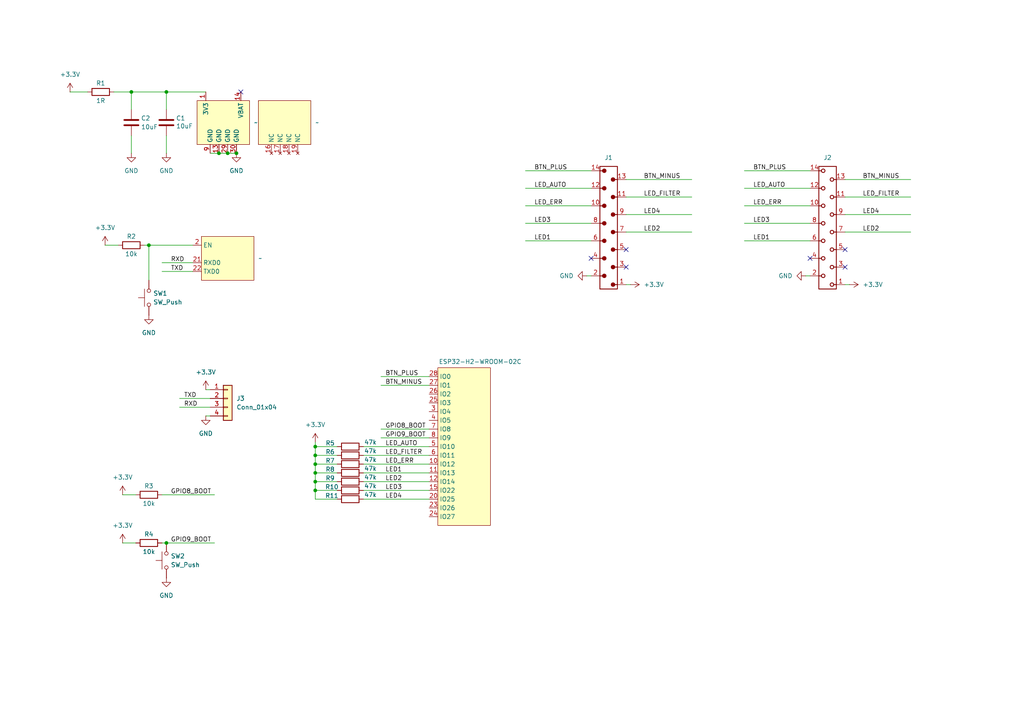
<source format=kicad_sch>
(kicad_sch (version 20250114) (generator "eeschema") (generator_version "9.0")
  (paper "A4")
  (lib_symbols
    (symbol "Connector_Generic:Conn_01x04" (pin_names (offset 1.016) (hide yes))
      (property "Reference" "J" (at 0 5.08 0))
      (property "Value" "Conn_01x04" (at 0 -7.62 0))
      (symbol "Conn_01x04_1_1"
        (rectangle (start -1.27 3.81) (end 1.27 -6.35) (stroke (width 0.254)) (fill (type background)))
        (rectangle (start -1.27 2.667) (end 0 2.413) (stroke (width 0.1524)))
        (rectangle (start -1.27 0.127) (end 0 -0.127) (stroke (width 0.1524)))
        (rectangle (start -1.27 -2.413) (end 0 -2.667) (stroke (width 0.1524)))
        (rectangle (start -1.27 -4.953) (end 0 -5.207) (stroke (width 0.1524)))
        (pin passive line (at -5.08 2.54 0) (length 3.81) (name "Pin_1") (number "1"))
        (pin passive line (at -5.08 0 0) (length 3.81) (name "Pin_2") (number "2"))
        (pin passive line (at -5.08 -2.54 0) (length 3.81) (name "Pin_3") (number "3"))
        (pin passive line (at -5.08 -5.08 0) (length 3.81) (name "Pin_4") (number "4"))
      )
    )
    (symbol "Device:C" (pin_numbers (hide yes)) (pin_names (offset 0.254))
      (property "Reference" "C" (at 0.635 2.54 0))
      (property "Value" "C" (at 0.635 -2.54 0))
      (symbol "C_0_1"
        (polyline (pts (xy -2.032 0.762) (xy 2.032 0.762)) (stroke (width 0.508)))
        (polyline (pts (xy -2.032 -0.762) (xy 2.032 -0.762)) (stroke (width 0.508)))
      )
      (symbol "C_1_1"
        (pin passive line (at 0 3.81 270) (length 2.794) (name "~") (number "1"))
        (pin passive line (at 0 -3.81 90) (length 2.794) (name "~") (number "2"))
      )
    )
    (symbol "Device:R" (pin_numbers (hide yes)) (pin_names (offset 0))
      (property "Reference" "R" (at 2.032 0 90))
      (property "Value" "R" (at 0 0 90))
      (symbol "R_0_1"
        (rectangle (start -1.016 -2.54) (end 1.016 2.54) (stroke (width 0.254)))
      )
      (symbol "R_1_1"
        (pin passive line (at 0 3.81 270) (length 1.27) (name "~") (number "1"))
        (pin passive line (at 0 -3.81 90) (length 1.27) (name "~") (number "2"))
      )
    )
    (symbol "ES32-H2-WROOM-02C_1"
      (property "Reference" "U" (at -2.54 0 0))
      (property "Value" "ESP32-H2-WROOM-02C" (at 0.508 26.416 0))
      (property "Description" "ESP32-H2 Solderable Module" (at 1.016 23.368 0))
      (symbol "ES32-H2-WROOM-02C_1_1_1"
        (rectangle (start -7.62 20.32) (end 7.62 -25.4) (fill (type background)))
        (pin bidirectional line (at -10.16 17.78 0) (length 2.54) (name "IO0") (number "28"))
        (pin bidirectional line (at -10.16 15.24 0) (length 2.54) (name "IO1") (number "27"))
        (pin bidirectional line (at -10.16 12.7 0) (length 2.54) (name "IO2") (number "26"))
        (pin bidirectional line (at -10.16 10.16 0) (length 2.54) (name "IO3") (number "25"))
        (pin bidirectional line (at -10.16 7.62 0) (length 2.54) (name "IO4") (number "3"))
        (pin bidirectional line (at -10.16 5.08 0) (length 2.54) (name "IO5") (number "4"))
        (pin bidirectional line (at -10.16 2.54 0) (length 2.54) (name "IO8") (number "7"))
        (pin bidirectional line (at -10.16 0 0) (length 2.54) (name "IO9") (number "8"))
        (pin bidirectional line (at -10.16 -2.54 0) (length 2.54) (name "IO10") (number "5"))
        (pin bidirectional line (at -10.16 -5.08 0) (length 2.54) (name "IO11") (number "6"))
        (pin bidirectional line (at -10.16 -7.62 0) (length 2.54) (name "IO12") (number "10"))
        (pin bidirectional line (at -10.16 -10.16 0) (length 2.54) (name "IO13") (number "11"))
        (pin bidirectional line (at -10.16 -12.7 0) (length 2.54) (name "IO14") (number "12"))
        (pin bidirectional line (at -10.16 -15.24 0) (length 2.54) (name "IO22") (number "15"))
        (pin bidirectional line (at -10.16 -17.78 0) (length 2.54) (name "IO25") (number "20"))
        (pin bidirectional line (at -10.16 -20.32 0) (length 2.54) (name "IO26") (number "23"))
        (pin bidirectional line (at -10.16 -22.86 0) (length 2.54) (name "IO27") (number "24"))
      )
      (symbol "ES32-H2-WROOM-02C_1_2_1"
        (rectangle (start -7.62 6.35) (end 7.62 -6.35) (fill (type background)))
        (pin power_in line (at -5.08 8.89 270) (length 2.54) (name "3V3") (number "1"))
        (pin power_in line (at -3.81 -8.89 90) (length 2.54) (name "GND") (number "9"))
        (pin power_in line (at -1.27 -8.89 90) (length 2.54) (name "GND") (number "13"))
        (pin power_in line (at 1.27 -8.89 90) (length 2.54) (name "GND") (number "29"))
        (pin power_in line (at 3.81 -8.89 90) (length 2.54) (name "GND") (number "30"))
        (pin power_in line (at 5.08 8.89 270) (length 2.54) (name "VBAT") (number "14"))
      )
      (symbol "ES32-H2-WROOM-02C_1_3_1"
        (rectangle (start -7.62 7.62) (end 7.62 -5.08) (fill (type background)))
        (pin input line (at -10.16 5.08 0) (length 2.54) (name "EN") (number "2"))
        (pin input line (at -10.16 0 0) (length 2.54) (name "RXD0") (number "21"))
        (pin output line (at -10.16 -2.54 0) (length 2.54) (name "TXD0") (number "22"))
      )
      (symbol "ES32-H2-WROOM-02C_1_4_1"
        (rectangle (start -7.62 5.08) (end 7.62 -7.62) (fill (type background)))
        (pin no_connect line (at -3.81 -10.16 90) (length 2.54) (name "NC") (number "16"))
        (pin no_connect line (at -1.27 -10.16 90) (length 2.54) (name "NC") (number "17"))
        (pin no_connect line (at 1.27 -10.16 90) (length 2.54) (name "NC") (number "18"))
        (pin no_connect line (at 3.81 -10.16 90) (length 2.54) (name "NC") (number "19"))
      )
    )
    (symbol "Switch:SW_Push" (pin_numbers (hide yes)) (pin_names (offset 1.016) (hide yes))
      (property "Reference" "SW" (at 1.27 2.54 0))
      (property "Value" "SW_Push" (at 0 -1.524 0))
      (symbol "SW_Push_0_1"
        (circle (center -2.032 0) (radius 0.508))
        (polyline (pts (xy 0 1.27) (xy 0 3.048)))
        (circle (center 2.032 0) (radius 0.508))
        (polyline (pts (xy 2.54 1.27) (xy -2.54 1.27)))
        (pin passive line (at -5.08 0 0) (length 2.54) (name "1") (number "1"))
        (pin passive line (at 5.08 0 180) (length 2.54) (name "2") (number "2"))
      )
    )
    (symbol "local:690357101472" (pin_names (hide yes))
      (property "Reference" "J" (at 0 12.7 0))
      (symbol "690357101472_1_1"
        (rectangle (start -17.78 2.54) (end 17.78 -2.54) (stroke (width 0.254)))
        (circle (center -16.51 -1.27) (radius 0.508) (stroke (width 0.254)) (fill (type outline)))
        (polyline (pts (xy -16.51 -1.778) (xy -16.51 -2.54)) (stroke (width 0.254)))
        (polyline (pts (xy -13.97 1.778) (xy -13.97 2.54)) (stroke (width 0.254)))
        (circle (center -13.97 1.27) (radius 0.508) (stroke (width 0.254)) (fill (type outline)))
        (circle (center -11.43 -1.27) (radius 0.508) (stroke (width 0.254)) (fill (type outline)))
        (polyline (pts (xy -11.43 -1.778) (xy -11.43 -2.54)) (stroke (width 0.254)))
        (polyline (pts (xy -8.89 1.778) (xy -8.89 2.54)) (stroke (width 0.254)))
        (circle (center -8.89 1.27) (radius 0.508) (stroke (width 0.254)) (fill (type outline)))
        (circle (center -6.35 -1.27) (radius 0.508) (stroke (width 0.254)) (fill (type outline)))
        (polyline (pts (xy -6.35 -1.778) (xy -6.35 -2.54)) (stroke (width 0.254)))
        (polyline (pts (xy -3.81 1.778) (xy -3.81 2.54)) (stroke (width 0.254)))
        (circle (center -3.81 1.27) (radius 0.508) (stroke (width 0.254)) (fill (type outline)))
        (circle (center -1.27 -1.27) (radius 0.508) (stroke (width 0.254)) (fill (type outline)))
        (polyline (pts (xy -1.27 -1.778) (xy -1.27 -2.54)) (stroke (width 0.254)))
        (polyline (pts (xy 1.27 1.778) (xy 1.27 2.54)) (stroke (width 0.254)))
        (circle (center 1.27 1.27) (radius 0.508) (stroke (width 0.254)) (fill (type outline)))
        (circle (center 3.81 -1.27) (radius 0.508) (stroke (width 0.254)) (fill (type outline)))
        (polyline (pts (xy 3.81 -1.778) (xy 3.81 -2.54)) (stroke (width 0.254)))
        (polyline (pts (xy 6.35 1.778) (xy 6.35 2.54)) (stroke (width 0.254)))
        (circle (center 6.35 1.27) (radius 0.508) (stroke (width 0.254)) (fill (type outline)))
        (circle (center 8.89 -1.27) (radius 0.508) (stroke (width 0.254)) (fill (type outline)))
        (polyline (pts (xy 8.89 -1.778) (xy 8.89 -2.54)) (stroke (width 0.254)))
        (polyline (pts (xy 11.43 1.778) (xy 11.43 2.54)) (stroke (width 0.254)))
        (circle (center 11.43 1.27) (radius 0.508) (stroke (width 0.254)) (fill (type outline)))
        (circle (center 13.97 -1.27) (radius 0.508) (stroke (width 0.254)) (fill (type outline)))
        (polyline (pts (xy 13.97 -1.778) (xy 13.97 -2.54)) (stroke (width 0.254)))
        (polyline (pts (xy 16.51 1.778) (xy 16.51 2.54)) (stroke (width 0.254)))
        (circle (center 16.51 1.27) (radius 0.508) (stroke (width 0.254)) (fill (type outline)))
        (pin passive line (at -16.51 -5.08 90) (length 2.54) (name "14") (number "14"))
        (pin passive line (at -13.97 5.08 270) (length 2.54) (name "13") (number "13"))
        (pin passive line (at -11.43 -5.08 90) (length 2.54) (name "12") (number "12"))
        (pin passive line (at -8.89 5.08 270) (length 2.54) (name "11") (number "11"))
        (pin passive line (at -6.35 -5.08 90) (length 2.54) (name "10") (number "10"))
        (pin passive line (at -3.81 5.08 270) (length 2.54) (name "9") (number "9"))
        (pin passive line (at -1.27 -5.08 90) (length 2.54) (name "8") (number "8"))
        (pin passive line (at 1.27 5.08 270) (length 2.54) (name "7") (number "7"))
        (pin passive line (at 3.81 -5.08 90) (length 2.54) (name "6") (number "6"))
        (pin passive line (at 6.35 5.08 270) (length 2.54) (name "5") (number "5"))
        (pin passive line (at 8.89 -5.08 90) (length 2.54) (name "4") (number "4"))
        (pin passive line (at 11.43 5.08 270) (length 2.54) (name "3") (number "3"))
        (pin passive line (at 13.97 -5.08 90) (length 2.54) (name "2") (number "2"))
        (pin passive line (at 16.51 5.08 270) (length 2.54) (name "1") (number "1"))
      )
    )
    (symbol "local:690367191472" (pin_names (hide yes))
      (property "Reference" "J" (at 0 12.7 0))
      (symbol "690367191472_1_1"
        (rectangle (start -17.78 2.54) (end 17.78 -2.54) (stroke (width 0.254)))
        (circle (center -16.51 -1.27) (radius 0.508) (stroke (width 0.254)))
        (polyline (pts (xy -16.51 -1.778) (xy -16.51 -2.54)) (stroke (width 0.254)))
        (polyline (pts (xy -13.97 1.778) (xy -13.97 2.54)) (stroke (width 0.254)))
        (circle (center -13.97 1.27) (radius 0.508) (stroke (width 0.254)))
        (circle (center -11.43 -1.27) (radius 0.508) (stroke (width 0.254)))
        (polyline (pts (xy -11.43 -1.778) (xy -11.43 -2.54)) (stroke (width 0.254)))
        (polyline (pts (xy -8.89 1.778) (xy -8.89 2.54)) (stroke (width 0.254)))
        (circle (center -8.89 1.27) (radius 0.508) (stroke (width 0.254)))
        (circle (center -6.35 -1.27) (radius 0.508) (stroke (width 0.254)))
        (polyline (pts (xy -6.35 -1.778) (xy -6.35 -2.54)) (stroke (width 0.254)))
        (polyline (pts (xy -3.81 1.778) (xy -3.81 2.54)) (stroke (width 0.254)))
        (circle (center -3.81 1.27) (radius 0.508) (stroke (width 0.254)))
        (circle (center -1.27 -1.27) (radius 0.508) (stroke (width 0.254)))
        (polyline (pts (xy -1.27 -1.778) (xy -1.27 -2.54)) (stroke (width 0.254)))
        (polyline (pts (xy 1.27 1.778) (xy 1.27 2.54)) (stroke (width 0.254)))
        (circle (center 1.27 1.27) (radius 0.508) (stroke (width 0.254)))
        (circle (center 3.81 -1.27) (radius 0.508) (stroke (width 0.254)))
        (polyline (pts (xy 3.81 -1.778) (xy 3.81 -2.54)) (stroke (width 0.254)))
        (polyline (pts (xy 6.35 1.778) (xy 6.35 2.54)) (stroke (width 0.254)))
        (circle (center 6.35 1.27) (radius 0.508) (stroke (width 0.254)))
        (circle (center 8.89 -1.27) (radius 0.508) (stroke (width 0.254)))
        (polyline (pts (xy 8.89 -1.778) (xy 8.89 -2.54)) (stroke (width 0.254)))
        (polyline (pts (xy 11.43 1.778) (xy 11.43 2.54)) (stroke (width 0.254)))
        (circle (center 11.43 1.27) (radius 0.508) (stroke (width 0.254)))
        (circle (center 13.97 -1.27) (radius 0.508) (stroke (width 0.254)))
        (polyline (pts (xy 13.97 -1.778) (xy 13.97 -2.54)) (stroke (width 0.254)))
        (polyline (pts (xy 16.51 1.778) (xy 16.51 2.54)) (stroke (width 0.254)))
        (circle (center 16.51 1.27) (radius 0.508) (stroke (width 0.254)))
        (pin passive line (at -16.51 -5.08 90) (length 2.54) (name "14") (number "14"))
        (pin passive line (at -13.97 5.08 270) (length 2.54) (name "13") (number "13"))
        (pin passive line (at -11.43 -5.08 90) (length 2.54) (name "12") (number "12"))
        (pin passive line (at -8.89 5.08 270) (length 2.54) (name "11") (number "11"))
        (pin passive line (at -6.35 -5.08 90) (length 2.54) (name "10") (number "10"))
        (pin passive line (at -3.81 5.08 270) (length 2.54) (name "9") (number "9"))
        (pin passive line (at -1.27 -5.08 90) (length 2.54) (name "8") (number "8"))
        (pin passive line (at 1.27 5.08 270) (length 2.54) (name "7") (number "7"))
        (pin passive line (at 3.81 -5.08 90) (length 2.54) (name "6") (number "6"))
        (pin passive line (at 6.35 5.08 270) (length 2.54) (name "5") (number "5"))
        (pin passive line (at 8.89 -5.08 90) (length 2.54) (name "4") (number "4"))
        (pin passive line (at 11.43 5.08 270) (length 2.54) (name "3") (number "3"))
        (pin passive line (at 13.97 -5.08 90) (length 2.54) (name "2") (number "2"))
        (pin passive line (at 16.51 5.08 270) (length 2.54) (name "1") (number "1"))
      )
    )
    (symbol "local:ES32-H2-WROOM-02C"
      (property "Reference" "U" (at -2.54 0 0))
      (property "Value" "ESP32-H2-WROOM-02C" (at 0 0 0))
      (property "Description" "ESP32-H2 Solderable Module" (at 0 0 0))
      (symbol "ES32-H2-WROOM-02C_1_1"
        (rectangle (start -7.62 20.32) (end 7.62 -25.4) (fill (type background)))
        (pin bidirectional line (at -10.16 17.78 0) (length 2.54) (name "IO0") (number "28"))
        (pin bidirectional line (at -10.16 15.24 0) (length 2.54) (name "IO1") (number "27"))
        (pin bidirectional line (at -10.16 12.7 0) (length 2.54) (name "IO2") (number "26"))
        (pin bidirectional line (at -10.16 10.16 0) (length 2.54) (name "IO3") (number "25"))
        (pin bidirectional line (at -10.16 7.62 0) (length 2.54) (name "IO4") (number "3"))
        (pin bidirectional line (at -10.16 5.08 0) (length 2.54) (name "IO5") (number "4"))
        (pin bidirectional line (at -10.16 2.54 0) (length 2.54) (name "IO8") (number "7"))
        (pin bidirectional line (at -10.16 0 0) (length 2.54) (name "IO9") (number "8"))
        (pin bidirectional line (at -10.16 -2.54 0) (length 2.54) (name "IO10") (number "5"))
        (pin bidirectional line (at -10.16 -5.08 0) (length 2.54) (name "IO11") (number "6"))
        (pin bidirectional line (at -10.16 -7.62 0) (length 2.54) (name "IO12") (number "10"))
        (pin bidirectional line (at -10.16 -10.16 0) (length 2.54) (name "IO13") (number "11"))
        (pin bidirectional line (at -10.16 -12.7 0) (length 2.54) (name "IO14") (number "12"))
        (pin bidirectional line (at -10.16 -15.24 0) (length 2.54) (name "IO22") (number "15"))
        (pin bidirectional line (at -10.16 -17.78 0) (length 2.54) (name "IO25") (number "20"))
        (pin bidirectional line (at -10.16 -20.32 0) (length 2.54) (name "IO26") (number "23"))
        (pin bidirectional line (at -10.16 -22.86 0) (length 2.54) (name "IO27") (number "24"))
      )
      (symbol "ES32-H2-WROOM-02C_2_1"
        (rectangle (start -7.62 6.35) (end 7.62 -6.35) (fill (type background)))
        (pin power_in line (at -5.08 8.89 270) (length 2.54) (name "3V3") (number "1"))
        (pin power_in line (at -3.81 -8.89 90) (length 2.54) (name "GND") (number "9"))
        (pin power_in line (at -1.27 -8.89 90) (length 2.54) (name "GND") (number "13"))
        (pin power_in line (at 1.27 -8.89 90) (length 2.54) (name "GND") (number "29"))
        (pin power_in line (at 3.81 -8.89 90) (length 2.54) (name "GND") (number "30"))
        (pin power_in line (at 5.08 8.89 270) (length 2.54) (name "VBAT") (number "14"))
      )
      (symbol "ES32-H2-WROOM-02C_3_1"
        (rectangle (start -7.62 7.62) (end 7.62 -5.08) (fill (type background)))
        (pin input line (at -10.16 5.08 0) (length 2.54) (name "EN") (number "2"))
        (pin input line (at -10.16 0 0) (length 2.54) (name "RXD0") (number "21"))
        (pin output line (at -10.16 -2.54 0) (length 2.54) (name "TXD0") (number "22"))
      )
      (symbol "ES32-H2-WROOM-02C_4_1"
        (rectangle (start -7.62 5.08) (end 7.62 -7.62) (fill (type background)))
        (pin no_connect line (at -3.81 -10.16 90) (length 2.54) (name "NC") (number "16"))
        (pin no_connect line (at -1.27 -10.16 90) (length 2.54) (name "NC") (number "17"))
        (pin no_connect line (at 1.27 -10.16 90) (length 2.54) (name "NC") (number "18"))
        (pin no_connect line (at 3.81 -10.16 90) (length 2.54) (name "NC") (number "19"))
      )
    )
    (symbol "power:+3.3V" (power) (pin_numbers (hide yes)) (pin_names (offset 0) (hide yes))
      (property "Value" "+3.3V" (at 0 3.556 0))
      (symbol "+3.3V_0_1"
        (polyline (pts (xy -0.762 1.27) (xy 0 2.54)))
        (polyline (pts (xy 0 2.54) (xy 0.762 1.27)))
        (polyline (pts (xy 0 0) (xy 0 2.54)))
      )
      (symbol "+3.3V_1_1"
        (pin power_in line (at 0 0 90) (length 0) (name "~") (number "1"))
      )
    )
    (symbol "power:GND" (power) (pin_numbers (hide yes)) (pin_names (offset 0) (hide yes))
      (property "Value" "GND" (at 0 -3.81 0))
      (symbol "GND_0_1"
        (polyline (pts (xy 0 0) (xy 0 -1.27) (xy 1.27 -1.27) (xy 0 -2.54) (xy -1.27 -1.27) (xy 0 -1.27)))
      )
      (symbol "GND_1_1"
        (pin power_in line (at 0 0 270) (length 0) (name "~") (number "1"))
      )
    )
  )
  (junction (at 91.44 134.62))
  (junction (at 63.5 44.45))
  (junction (at 91.44 142.24))
  (junction (at 38.1 26.67))
  (junction (at 91.44 139.7))
  (junction (at 43.18 71.12))
  (junction (at 66.04 44.45))
  (junction (at 91.44 132.08))
  (junction (at 48.26 157.48))
  (junction (at 48.26 26.67))
  (junction (at 91.44 129.54))
  (junction (at 91.44 137.16))
  (junction (at 68.58 44.45))
  (no_connect (at 181.61 77.47))
  (no_connect (at 245.11 77.47))
  (no_connect (at 69.85 26.67))
  (no_connect (at 245.11 72.39))
  (no_connect (at 171.45 74.93))
  (no_connect (at 181.61 72.39))
  (no_connect (at 234.95 74.93))
  (wire (pts (xy 46.99 143.51) (xy 62.23 143.51)))
  (wire (pts (xy 63.5 44.45) (xy 66.04 44.45)))
  (wire (pts (xy 48.26 157.48) (xy 62.23 157.48)))
  (wire (pts (xy 59.69 113.03) (xy 60.96 113.03)))
  (wire (pts (xy 181.61 62.23) (xy 200.66 62.23)))
  (wire (pts (xy 91.44 134.62) (xy 91.44 132.08)))
  (wire (pts (xy 91.44 139.7) (xy 91.44 137.16)))
  (wire (pts (xy 110.49 111.76) (xy 124.46 111.76)))
  (wire (pts (xy 245.11 62.23) (xy 264.16 62.23)))
  (wire (pts (xy 43.18 71.12) (xy 43.18 81.28)))
  (wire (pts (xy 105.41 139.7) (xy 124.46 139.7)))
  (wire (pts (xy 97.79 142.24) (xy 91.44 142.24)))
  (wire (pts (xy 52.07 118.11) (xy 60.96 118.11)))
  (wire (pts (xy 91.44 142.24) (xy 91.44 144.78)))
  (wire (pts (xy 38.1 39.37) (xy 38.1 44.45)))
  (wire (pts (xy 91.44 144.78) (xy 97.79 144.78)))
  (wire (pts (xy 152.4 54.61) (xy 171.45 54.61)))
  (wire (pts (xy 91.44 128.27) (xy 91.44 129.54)))
  (wire (pts (xy 48.26 26.67) (xy 59.69 26.67)))
  (wire (pts (xy 60.96 44.45) (xy 63.5 44.45)))
  (wire (pts (xy 20.32 26.67) (xy 25.4 26.67)))
  (wire (pts (xy 35.56 143.51) (xy 39.37 143.51)))
  (wire (pts (xy 105.41 137.16) (xy 124.46 137.16)))
  (wire (pts (xy 215.9 59.69) (xy 234.95 59.69)))
  (wire (pts (xy 35.56 157.48) (xy 39.37 157.48)))
  (wire (pts (xy 66.04 44.45) (xy 68.58 44.45)))
  (wire (pts (xy 91.44 129.54) (xy 91.44 132.08)))
  (wire (pts (xy 181.61 82.55) (xy 182.88 82.55)))
  (wire (pts (xy 91.44 134.62) (xy 97.79 134.62)))
  (wire (pts (xy 110.49 127) (xy 124.46 127)))
  (wire (pts (xy 245.11 57.15) (xy 264.16 57.15)))
  (wire (pts (xy 233.68 80.01) (xy 234.95 80.01)))
  (wire (pts (xy 52.07 115.57) (xy 60.96 115.57)))
  (wire (pts (xy 46.99 78.74) (xy 55.88 78.74)))
  (wire (pts (xy 152.4 59.69) (xy 171.45 59.69)))
  (wire (pts (xy 110.49 109.22) (xy 124.46 109.22)))
  (wire (pts (xy 181.61 57.15) (xy 200.66 57.15)))
  (wire (pts (xy 215.9 64.77) (xy 234.95 64.77)))
  (wire (pts (xy 59.69 120.65) (xy 60.96 120.65)))
  (wire (pts (xy 41.91 71.12) (xy 43.18 71.12)))
  (wire (pts (xy 91.44 132.08) (xy 97.79 132.08)))
  (wire (pts (xy 97.79 129.54) (xy 91.44 129.54)))
  (wire (pts (xy 91.44 139.7) (xy 97.79 139.7)))
  (wire (pts (xy 215.9 54.61) (xy 234.95 54.61)))
  (wire (pts (xy 91.44 137.16) (xy 91.44 134.62)))
  (wire (pts (xy 215.9 69.85) (xy 234.95 69.85)))
  (wire (pts (xy 46.99 76.2) (xy 55.88 76.2)))
  (wire (pts (xy 38.1 26.67) (xy 48.26 26.67)))
  (wire (pts (xy 105.41 129.54) (xy 124.46 129.54)))
  (wire (pts (xy 38.1 26.67) (xy 38.1 31.75)))
  (wire (pts (xy 33.02 26.67) (xy 38.1 26.67)))
  (wire (pts (xy 215.9 49.53) (xy 234.95 49.53)))
  (wire (pts (xy 43.18 71.12) (xy 55.88 71.12)))
  (wire (pts (xy 46.99 157.48) (xy 48.26 157.48)))
  (wire (pts (xy 110.49 124.46) (xy 124.46 124.46)))
  (wire (pts (xy 152.4 64.77) (xy 171.45 64.77)))
  (wire (pts (xy 91.44 137.16) (xy 97.79 137.16)))
  (wire (pts (xy 105.41 132.08) (xy 124.46 132.08)))
  (wire (pts (xy 105.41 144.78) (xy 124.46 144.78)))
  (wire (pts (xy 152.4 69.85) (xy 171.45 69.85)))
  (wire (pts (xy 245.11 82.55) (xy 246.38 82.55)))
  (wire (pts (xy 245.11 67.31) (xy 264.16 67.31)))
  (wire (pts (xy 170.18 80.01) (xy 171.45 80.01)))
  (wire (pts (xy 105.41 134.62) (xy 124.46 134.62)))
  (wire (pts (xy 91.44 142.24) (xy 91.44 139.7)))
  (wire (pts (xy 48.26 26.67) (xy 48.26 31.75)))
  (wire (pts (xy 30.48 71.12) (xy 34.29 71.12)))
  (wire (pts (xy 105.41 142.24) (xy 124.46 142.24)))
  (wire (pts (xy 245.11 52.07) (xy 264.16 52.07)))
  (wire (pts (xy 181.61 67.31) (xy 200.66 67.31)))
  (wire (pts (xy 181.61 52.07) (xy 200.66 52.07)))
  (wire (pts (xy 48.26 39.37) (xy 48.26 44.45)))
  (wire (pts (xy 152.4 49.53) (xy 171.45 49.53)))
  (label "BTN_MINUS" (at 111.76 111.76 0))
  (label "GPIO8_BOOT" (at 111.76 124.46 0))
  (label "BTN_MINUS" (at 186.69 52.07 0))
  (label "TXD" (at 49.53 78.74 0))
  (label "RXD" (at 53.34 118.11 0))
  (label "LED3" (at 218.44 64.77 0))
  (label "TXD" (at 53.34 115.57 0))
  (label "LED3" (at 111.76 142.24 0))
  (label "LED_FILTER" (at 111.76 132.08 0))
  (label "LED2" (at 111.76 139.7 0))
  (label "RXD" (at 49.53 76.2 0))
  (label "LED4" (at 250.19 62.23 0))
  (label "LED_FILTER" (at 250.19 57.15 0))
  (label "LED1" (at 154.94 69.85 0))
  (label "LED3" (at 154.94 64.77 0))
  (label "LED1" (at 111.76 137.16 0))
  (label "BTN_PLUS" (at 111.76 109.22 0))
  (label "BTN_PLUS" (at 218.44 49.53 0))
  (label "LED_AUTO" (at 111.76 129.54 0))
  (label "GPIO9_BOOT" (at 111.76 127 0))
  (label "GPIO9_BOOT" (at 49.53 157.48 0))
  (label "BTN_MINUS" (at 250.19 52.07 0))
  (label "LED4" (at 186.69 62.23 0))
  (label "LED1" (at 218.44 69.85 0))
  (label "LED_ERR" (at 154.94 59.69 0))
  (label "GPIO8_BOOT" (at 49.53 143.51 0))
  (label "LED_FILTER" (at 186.69 57.15 0))
  (label "LED2" (at 186.69 67.31 0))
  (label "LED_AUTO" (at 218.44 54.61 0))
  (label "LED4" (at 111.76 144.78 0))
  (label "LED_ERR" (at 111.76 134.62 0))
  (label "LED_AUTO" (at 154.94 54.61 0))
  (label "LED2" (at 250.19 67.31 0))
  (label "BTN_PLUS" (at 154.94 49.53 0))
  (label "LED_ERR" (at 218.44 59.69 0))
  (symbol (lib_id "power:+3.3V") (at 30.48 71.12 0) (unit 1)
    (property "Reference" "#PWR010" (effects (hide yes)))
    (property "Value" "+3.3V" (at 30.48 66.04 0))
    (property "Description" "Power symbol creates a global label with name \"+3.3V\"" (effects (hide yes)))
  )
  (symbol (lib_id "local:690367191472") (at 240.03 66.04 270) (unit 1)
    (property "Reference" "J2" (at 240.03 45.72 90))
    (property "Value" "690367191472" (effects (hide yes)))
    (property "Footprint" "J_Wurth_WR-MM_690367191472" (effects (hide yes)))
    (property "Datasheet" "https://www.we-online.com/en/components/products/datasheet/690367191472?ki" (effects (hide yes)))
    (property "Description" "Female Connector with Latch & w/o Polarization" (effects (hide yes)))
    (property "Manufacturer" "Wurth Elektronik" (effects (hide yes)))
    (property "Manufacturer URL" "https://www.we-online.com" (effects (hide yes)))
    (property "Match Code" "WR-MM" (effects (hide yes)))
    (property "Pitch" "2.54 mm" (effects (hide yes)))
    (property "Mounting Technology" "THT" (effects (hide yes)))
    (property "Pins (pcs)" "14" (effects (hide yes)))
    (property "Test Condition P" "per Row" (effects (hide yes)))
    (property "Gender" "Female" (effects (hide yes)))
    (property "Type" "Straight" (effects (hide yes)))
    (property "IR (A)" "1.5" (effects (hide yes)))
    (property "Polarization" "No" (effects (hide yes)))
    (property "L (mm)" "22.38" (effects (hide yes)))
    (property "Working Voltage (V (AC))" "250" (effects (hide yes)))
    (property "Contact Resistance (mΩ)" "10" (effects (hide yes)))
    (property "Tol. R" "max." (effects (hide yes)))
  )
  (symbol (lib_id "Device:R") (at 101.6 132.08 90) (unit 1)
    (property "Reference" "R6" (at 95.758 131.064 90))
    (property "Value" "47k" (at 107.442 130.81 90))
    (property "Footprint" "Resistor_SMD:R_0805_2012Metric" (effects (hide yes)))
    (property "Description" "Resistor" (effects (hide yes)))
  )
  (symbol (lib_id "power:GND") (at 48.26 167.64 0) (unit 1)
    (property "Reference" "#PWR016" (effects (hide yes)))
    (property "Value" "GND" (at 48.26 172.72 0))
    (property "Description" "Power symbol creates a global label with name \"GND\" , ground" (effects (hide yes)))
  )
  (symbol (lib_id "Device:C") (at 48.26 35.56 0) (unit 1)
    (property "Reference" "C1" (at 51.054 34.29 0) (effects (justify left)))
    (property "Value" "10uF" (at 51.054 36.576 0) (effects (justify left)))
    (property "Footprint" "Capacitor_SMD:C_1206_3216Metric" (effects (hide yes)))
    (property "Description" "Unpolarized capacitor" (effects (hide yes)))
  )
  (symbol (lib_id "power:+3.3V") (at 35.56 157.48 0) (unit 1)
    (property "Reference" "#PWR015" (effects (hide yes)))
    (property "Value" "+3.3V" (at 35.56 152.4 0))
    (property "Description" "Power symbol creates a global label with name \"+3.3V\"" (effects (hide yes)))
  )
  (symbol (lib_id "local:ES32-H2-WROOM-02C") (at 82.55 34.29 0) (unit 4)
    (property "Reference" "M1" (effects (hide yes)))
    (property "Value" "~" (at 91.44 35.56 0) (effects (justify left)))
    (property "Description" "ESP32-H2 Solderable Module" (effects (hide yes)))
  )
  (symbol (lib_id "power:+3.3V") (at 35.56 143.51 0) (unit 1)
    (property "Reference" "#PWR014" (effects (hide yes)))
    (property "Value" "+3.3V" (at 35.56 138.43 0))
    (property "Description" "Power symbol creates a global label with name \"+3.3V\"" (effects (hide yes)))
  )
  (symbol (lib_id "power:GND") (at 48.26 44.45 0) (unit 1)
    (property "Reference" "#PWR08" (effects (hide yes)))
    (property "Value" "GND" (at 48.26 49.53 0))
    (property "Description" "Power symbol creates a global label with name \"GND\" , ground" (effects (hide yes)))
  )
  (symbol (lib_id "power:+3.3V") (at 91.44 128.27 0) (unit 1)
    (property "Reference" "#PWR017" (effects (hide yes)))
    (property "Value" "+3.3V" (at 91.44 123.19 0))
    (property "Description" "Power symbol creates a global label with name \"+3.3V\"" (effects (hide yes)))
  )
  (symbol (lib_id "Connector_Generic:Conn_01x04") (at 66.04 115.57 0) (unit 1)
    (property "Reference" "J3" (at 68.58 115.5699 0) (effects (justify left)))
    (property "Value" "Conn_01x04" (at 68.58 118.1099 0) (effects (justify left)))
    (property "Footprint" "Connector_PinHeader_2.54mm:PinHeader_1x04_P2.54mm_Vertical" (effects (hide yes)))
    (property "Description" "Generic connector, single row, 01x04, script generated (kicad-library-utils/schlib/autogen/connector/)" (effects (hide yes)))
  )
  (symbol (lib_id "power:GND") (at 43.18 91.44 0) (unit 1)
    (property "Reference" "#PWR011" (effects (hide yes)))
    (property "Value" "GND" (at 43.18 96.52 0))
    (property "Description" "Power symbol creates a global label with name \"GND\" , ground" (effects (hide yes)))
  )
  (symbol (lib_id "Device:R") (at 43.18 157.48 90) (unit 1)
    (property "Reference" "R4" (at 43.18 154.94 90))
    (property "Value" "10k" (at 43.18 160.02 90))
    (property "Footprint" "Resistor_SMD:R_0805_2012Metric" (effects (hide yes)))
    (property "Description" "Resistor" (effects (hide yes)))
  )
  (symbol (lib_id "Device:R") (at 38.1 71.12 90) (unit 1)
    (property "Reference" "R2" (at 38.1 68.58 90))
    (property "Value" "10k" (at 38.1 73.66 90))
    (property "Footprint" "Resistor_SMD:R_0805_2012Metric" (effects (hide yes)))
    (property "Description" "Resistor" (effects (hide yes)))
  )
  (symbol (lib_id "Switch:SW_Push") (at 43.18 86.36 90) (unit 1)
    (property "Reference" "SW1" (at 44.45 85.0899 90) (effects (justify right)))
    (property "Value" "SW_Push" (at 44.45 87.6299 90) (effects (justify right)))
    (property "Footprint" "Button_Switch_SMD:SW_Push_1P1T_NO_CK_KSC7xxJ" (effects (hide yes)))
    (property "Description" "Push button switch, generic, two pins" (effects (hide yes)))
  )
  (symbol (lib_id "Device:C") (at 38.1 35.56 0) (unit 1)
    (property "Reference" "C2" (at 40.894 34.29 0) (effects (justify left)))
    (property "Value" "10uF" (at 40.894 36.83 0) (effects (justify left)))
    (property "Footprint" "Capacitor_SMD:C_1206_3216Metric" (effects (hide yes)))
    (property "Description" "Unpolarized capacitor" (effects (hide yes)))
  )
  (symbol (lib_id "Device:R") (at 101.6 129.54 90) (unit 1)
    (property "Reference" "R5" (at 95.758 128.524 90))
    (property "Value" "47k" (at 107.442 128.27 90))
    (property "Footprint" "Resistor_SMD:R_0805_2012Metric" (effects (hide yes)))
    (property "Description" "Resistor" (effects (hide yes)))
  )
  (symbol (lib_id "power:GND") (at 170.18 80.01 270) (unit 1)
    (property "Reference" "#PWR01" (effects (hide yes)))
    (property "Value" "GND" (at 166.37 80.0099 90) (effects (justify right)))
    (property "Description" "Power symbol creates a global label with name \"GND\" , ground" (effects (hide yes)))
  )
  (symbol (lib_id "power:+3.3V") (at 20.32 26.67 0) (unit 1)
    (property "Reference" "#PWR09" (effects (hide yes)))
    (property "Value" "+3.3V" (at 20.32 21.59 0))
    (property "Description" "Power symbol creates a global label with name \"+3.3V\"" (effects (hide yes)))
  )
  (symbol (lib_id "local:690357101472") (at 176.53 66.04 270) (unit 1)
    (property "Reference" "J1" (at 176.53 45.72 90))
    (property "Value" "690357101472" (effects (hide yes)))
    (property "Footprint" "Connector_THT_Wurth:J_Wurth_WR-MM_690357101472" (effects (hide yes)))
    (property "Datasheet" "https://www.we-online.com/en/components/products/datasheet/690357101472?ki" (effects (hide yes)))
    (property "Description" "Male Connector w/o Latch & w. Polarization" (effects (hide yes)))
    (property "Manufacturer" "Wurth Elektronik" (effects (hide yes)))
    (property "Manufacturer URL" "https://www.we-online.com" (effects (hide yes)))
    (property "Match Code" "WR-MM" (effects (hide yes)))
    (property "Pitch" "2.54 mm" (effects (hide yes)))
    (property "Mounting Technology" "THT" (effects (hide yes)))
    (property "Pins (pcs)" "14" (effects (hide yes)))
    (property "Test Condition P" "per Row" (effects (hide yes)))
    (property "Gender" "Male" (effects (hide yes)))
    (property "Type" "Straight" (effects (hide yes)))
    (property "IR (A)" "1.5" (effects (hide yes)))
  )
  (symbol (lib_id "local:ES32-H2-WROOM-02C") (at 66.04 76.2 0) (unit 3)
    (property "Reference" "M1" (effects (hide yes)))
    (property "Value" "~" (at 74.93 74.93 0) (effects (justify left)))
    (property "Description" "ESP32-H2 Solderable Module" (effects (hide yes)))
  )
  (symbol (lib_id "power:+3.3V") (at 246.38 82.55 270) (unit 1)
    (property "Reference" "#PWR04" (effects (hide yes)))
    (property "Value" "+3.3V" (at 250.19 82.5499 90) (effects (justify left)))
    (property "Description" "Power symbol creates a global label with name \"+3.3V\"" (effects (hide yes)))
  )
  (symbol (lib_id "Device:R") (at 101.6 142.24 90) (unit 1)
    (property "Reference" "R10" (at 96.266 141.224 90))
    (property "Value" "47k" (at 107.442 140.97 90))
    (property "Footprint" "Resistor_SMD:R_0805_2012Metric" (effects (hide yes)))
    (property "Description" "Resistor" (effects (hide yes)))
  )
  (symbol (lib_id "Device:R") (at 101.6 144.78 90) (unit 1)
    (property "Reference" "R11" (at 96.266 143.764 90))
    (property "Value" "47k" (at 107.442 143.51 90))
    (property "Footprint" "Resistor_SMD:R_0805_2012Metric" (effects (hide yes)))
    (property "Description" "Resistor" (effects (hide yes)))
  )
  (symbol (lib_id "power:GND") (at 38.1 44.45 0) (unit 1)
    (property "Reference" "#PWR07" (effects (hide yes)))
    (property "Value" "GND" (at 38.1 49.53 0))
    (property "Description" "Power symbol creates a global label with name \"GND\" , ground" (effects (hide yes)))
  )
  (symbol (lib_id "power:+3.3V") (at 182.88 82.55 270) (unit 1)
    (property "Reference" "#PWR03" (effects (hide yes)))
    (property "Value" "+3.3V" (at 186.69 82.5499 90) (effects (justify left)))
    (property "Description" "Power symbol creates a global label with name \"+3.3V\"" (effects (hide yes)))
  )
  (symbol (lib_name "ES32-H2-WROOM-02C_1") (lib_id "local:ES32-H2-WROOM-02C") (at 64.77 35.56 0) (unit 2)
    (property "Reference" "M1" (effects (hide yes)))
    (property "Value" "~" (at 73.66 35.56 0) (effects (justify left)))
    (property "Description" "ESP32-H2 Solderable Module" (effects (hide yes)))
  )
  (symbol (lib_id "Device:R") (at 101.6 139.7 90) (unit 1)
    (property "Reference" "R9" (at 95.758 138.684 90))
    (property "Value" "47k" (at 107.442 138.43 90))
    (property "Footprint" "Resistor_SMD:R_0805_2012Metric" (effects (hide yes)))
    (property "Description" "Resistor" (effects (hide yes)))
  )
  (symbol (lib_id "power:+3.3V") (at 59.69 113.03 0) (unit 1)
    (property "Reference" "#PWR012" (effects (hide yes)))
    (property "Value" "+3.3V" (at 59.69 107.95 0))
    (property "Description" "Power symbol creates a global label with name \"+3.3V\"" (effects (hide yes)))
  )
  (symbol (lib_id "Device:R") (at 29.21 26.67 90) (unit 1)
    (property "Reference" "R1" (at 29.21 24.13 90))
    (property "Value" "1R" (at 29.21 29.21 90))
    (property "Footprint" "Resistor_SMD:R_0805_2012Metric" (effects (hide yes)))
    (property "Description" "Resistor" (effects (hide yes)))
  )
  (symbol (lib_id "Device:R") (at 101.6 134.62 90) (unit 1)
    (property "Reference" "R7" (at 95.758 133.604 90))
    (property "Value" "47k" (at 107.442 133.35 90))
    (property "Footprint" "Resistor_SMD:R_0805_2012Metric" (effects (hide yes)))
    (property "Description" "Resistor" (effects (hide yes)))
  )
  (symbol (lib_id "Device:R") (at 43.18 143.51 90) (unit 1)
    (property "Reference" "R3" (at 43.18 140.97 90))
    (property "Value" "10k" (at 43.18 146.05 90))
    (property "Footprint" "Resistor_SMD:R_0805_2012Metric" (effects (hide yes)))
    (property "Description" "Resistor" (effects (hide yes)))
  )
  (symbol (lib_id "power:GND") (at 59.69 120.65 0) (unit 1)
    (property "Reference" "#PWR013" (effects (hide yes)))
    (property "Value" "GND" (at 59.69 125.73 0))
    (property "Description" "Power symbol creates a global label with name \"GND\" , ground" (effects (hide yes)))
  )
  (symbol (lib_id "Device:R") (at 101.6 137.16 90) (unit 1)
    (property "Reference" "R8" (at 95.758 136.144 90))
    (property "Value" "47k" (at 107.442 135.89 90))
    (property "Footprint" "Resistor_SMD:R_0805_2012Metric" (effects (hide yes)))
    (property "Description" "Resistor" (effects (hide yes)))
  )
  (symbol (lib_id "Switch:SW_Push") (at 48.26 162.56 90) (unit 1)
    (property "Reference" "SW2" (at 49.53 161.2899 90) (effects (justify right)))
    (property "Value" "SW_Push" (at 49.53 163.8299 90) (effects (justify right)))
    (property "Footprint" "Button_Switch_SMD:SW_Push_1P1T_NO_CK_KSC7xxJ" (effects (hide yes)))
    (property "Description" "Push button switch, generic, two pins" (effects (hide yes)))
  )
  (symbol (lib_id "power:GND") (at 68.58 44.45 0) (unit 1)
    (property "Reference" "#PWR06" (effects (hide yes)))
    (property "Value" "GND" (at 68.58 49.53 0))
    (property "Description" "Power symbol creates a global label with name \"GND\" , ground" (effects (hide yes)))
  )
  (symbol (lib_id "power:GND") (at 233.68 80.01 270) (unit 1)
    (property "Reference" "#PWR02" (effects (hide yes)))
    (property "Value" "GND" (at 229.87 80.0099 90) (effects (justify right)))
    (property "Description" "Power symbol creates a global label with name \"GND\" , ground" (effects (hide yes)))
  )
  (symbol (lib_id "local:ES32-H2-WROOM-02C") (at 134.62 127 0) (unit 1)
    (property "Reference" "U1" (effects (hide yes)))
    (property "Value" "ESP32-H2-WROOM-02C" (at 127.254 104.902 0) (effects (justify left)))
    (property "Footprint" "local:ESP32-H2-WROOM-02C" (effects (hide yes)))
    (property "Description" "ESP32-H2 Solderable Module" (effects (hide yes)))
  )
)
</source>
